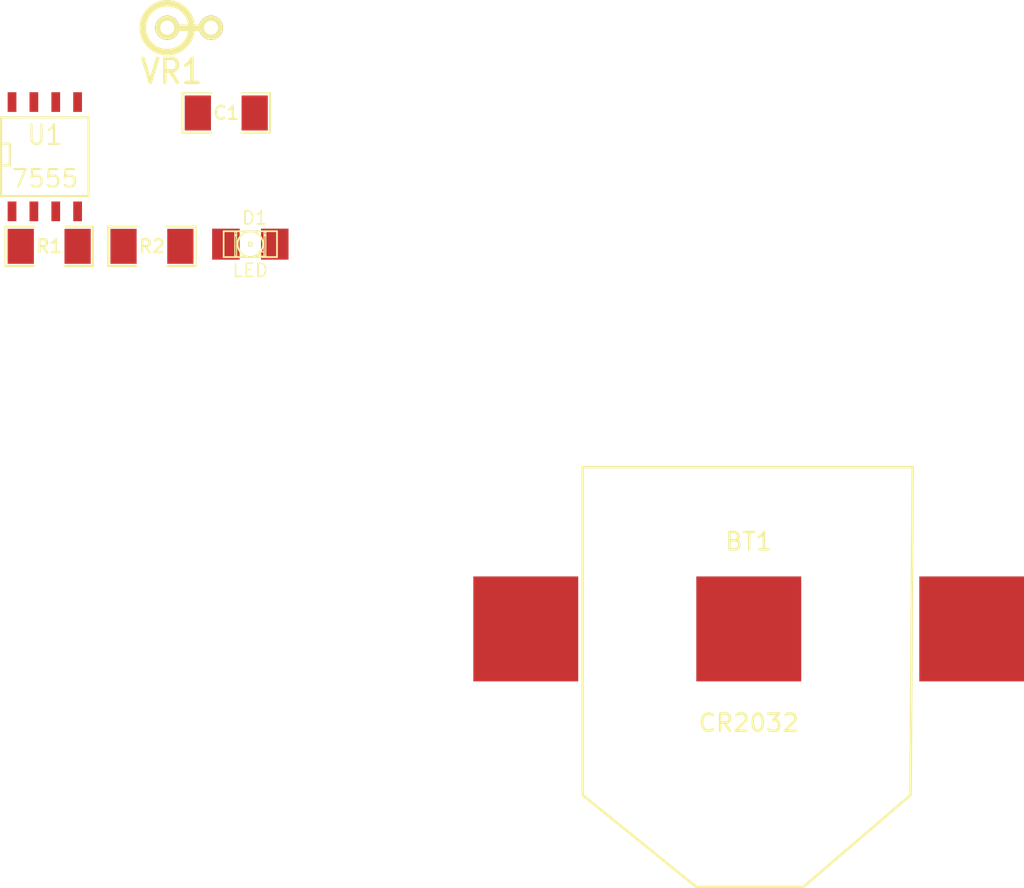
<source format=kicad_pcb>
(kicad_pcb (version 3) (host pcbnew "(2013-03-19 BZR 4004)-stable")

  (general
    (links 14)
    (no_connects 14)
    (area 0 0 0 0)
    (thickness 1.6)
    (drawings 0)
    (tracks 0)
    (zones 0)
    (modules 7)
    (nets 7)
  )

  (page A3)
  (layers
    (15 F.Cu signal)
    (0 B.Cu signal)
    (16 B.Adhes user)
    (17 F.Adhes user)
    (18 B.Paste user)
    (19 F.Paste user)
    (20 B.SilkS user)
    (21 F.SilkS user)
    (22 B.Mask user)
    (23 F.Mask user)
    (24 Dwgs.User user)
    (25 Cmts.User user)
    (26 Eco1.User user)
    (27 Eco2.User user)
    (28 Edge.Cuts user)
  )

  (setup
    (last_trace_width 0.254)
    (trace_clearance 0.254)
    (zone_clearance 0.508)
    (zone_45_only no)
    (trace_min 0.254)
    (segment_width 0.2)
    (edge_width 0.15)
    (via_size 0.889)
    (via_drill 0.635)
    (via_min_size 0.889)
    (via_min_drill 0.508)
    (uvia_size 0.508)
    (uvia_drill 0.127)
    (uvias_allowed no)
    (uvia_min_size 0.508)
    (uvia_min_drill 0.127)
    (pcb_text_width 0.3)
    (pcb_text_size 1 1)
    (mod_edge_width 0.15)
    (mod_text_size 1 1)
    (mod_text_width 0.15)
    (pad_size 6.096 6.096)
    (pad_drill 0)
    (pad_to_mask_clearance 0)
    (aux_axis_origin 0 0)
    (visible_elements 7FFFFFFF)
    (pcbplotparams
      (layerselection 3178497)
      (usegerberextensions true)
      (excludeedgelayer true)
      (linewidth 152400)
      (plotframeref false)
      (viasonmask false)
      (mode 1)
      (useauxorigin false)
      (hpglpennumber 1)
      (hpglpenspeed 20)
      (hpglpendiameter 15)
      (hpglpenoverlay 2)
      (psnegative false)
      (psa4output false)
      (plotreference true)
      (plotvalue true)
      (plotothertext true)
      (plotinvisibletext false)
      (padsonsilk false)
      (subtractmaskfromsilk false)
      (outputformat 1)
      (mirror false)
      (drillshape 1)
      (scaleselection 1)
      (outputdirectory ""))
  )

  (net 0 "")
  (net 1 GND)
  (net 2 N-000002)
  (net 3 N-000003)
  (net 4 N-000005)
  (net 5 N-000007)
  (net 6 VCC)

  (net_class Default "This is the default net class."
    (clearance 0.254)
    (trace_width 0.254)
    (via_dia 0.889)
    (via_drill 0.635)
    (uvia_dia 0.508)
    (uvia_drill 0.127)
    (add_net "")
    (add_net GND)
    (add_net N-000002)
    (add_net N-000003)
    (add_net N-000005)
    (add_net N-000007)
    (add_net VCC)
  )

  (module SO8N (layer F.Cu) (tedit 45127296) (tstamp 524CB0E5)
    (at 2.54 3.556)
    (descr "Module CMS SOJ 8 pins large")
    (tags "CMS SOJ")
    (path /524A4F04)
    (attr smd)
    (fp_text reference U1 (at 0 -1.27) (layer F.SilkS)
      (effects (font (size 1.143 1.016) (thickness 0.127)))
    )
    (fp_text value 7555 (at 0 1.27) (layer F.SilkS)
      (effects (font (size 1.016 1.016) (thickness 0.127)))
    )
    (fp_line (start -2.54 -2.286) (end 2.54 -2.286) (layer F.SilkS) (width 0.127))
    (fp_line (start 2.54 -2.286) (end 2.54 2.286) (layer F.SilkS) (width 0.127))
    (fp_line (start 2.54 2.286) (end -2.54 2.286) (layer F.SilkS) (width 0.127))
    (fp_line (start -2.54 2.286) (end -2.54 -2.286) (layer F.SilkS) (width 0.127))
    (fp_line (start -2.54 -0.762) (end -2.032 -0.762) (layer F.SilkS) (width 0.127))
    (fp_line (start -2.032 -0.762) (end -2.032 0.508) (layer F.SilkS) (width 0.127))
    (fp_line (start -2.032 0.508) (end -2.54 0.508) (layer F.SilkS) (width 0.127))
    (pad 8 smd rect (at -1.905 -3.175) (size 0.508 1.143)
      (layers F.Cu F.Paste F.Mask)
      (net 6 VCC)
    )
    (pad 7 smd rect (at -0.635 -3.175) (size 0.508 1.143)
      (layers F.Cu F.Paste F.Mask)
      (net 5 N-000007)
    )
    (pad 6 smd rect (at 0.635 -3.175) (size 0.508 1.143)
      (layers F.Cu F.Paste F.Mask)
      (net 4 N-000005)
    )
    (pad 5 smd rect (at 1.905 -3.175) (size 0.508 1.143)
      (layers F.Cu F.Paste F.Mask)
    )
    (pad 4 smd rect (at 1.905 3.175) (size 0.508 1.143)
      (layers F.Cu F.Paste F.Mask)
      (net 6 VCC)
    )
    (pad 3 smd rect (at 0.635 3.175) (size 0.508 1.143)
      (layers F.Cu F.Paste F.Mask)
      (net 3 N-000003)
    )
    (pad 2 smd rect (at -0.635 3.175) (size 0.508 1.143)
      (layers F.Cu F.Paste F.Mask)
      (net 4 N-000005)
    )
    (pad 1 smd rect (at -1.905 3.175) (size 0.508 1.143)
      (layers F.Cu F.Paste F.Mask)
      (net 1 GND)
    )
    (model smd/cms_so8.wrl
      (at (xyz 0 0 0))
      (scale (xyz 0.5 0.38 0.5))
      (rotate (xyz 0 0 0))
    )
  )

  (module SM1206 (layer F.Cu) (tedit 42806E24) (tstamp 524CB157)
    (at 13.081 1.016)
    (path /524BA208)
    (attr smd)
    (fp_text reference C1 (at 0 0) (layer F.SilkS)
      (effects (font (size 0.762 0.762) (thickness 0.127)))
    )
    (fp_text value 1U (at 0 0) (layer F.SilkS) hide
      (effects (font (size 0.762 0.762) (thickness 0.127)))
    )
    (fp_line (start -2.54 -1.143) (end -2.54 1.143) (layer F.SilkS) (width 0.127))
    (fp_line (start -2.54 1.143) (end -0.889 1.143) (layer F.SilkS) (width 0.127))
    (fp_line (start 0.889 -1.143) (end 2.54 -1.143) (layer F.SilkS) (width 0.127))
    (fp_line (start 2.54 -1.143) (end 2.54 1.143) (layer F.SilkS) (width 0.127))
    (fp_line (start 2.54 1.143) (end 0.889 1.143) (layer F.SilkS) (width 0.127))
    (fp_line (start -0.889 -1.143) (end -2.54 -1.143) (layer F.SilkS) (width 0.127))
    (pad 1 smd rect (at -1.651 0) (size 1.524 2.032)
      (layers F.Cu F.Paste F.Mask)
      (net 4 N-000005)
    )
    (pad 2 smd rect (at 1.651 0) (size 1.524 2.032)
      (layers F.Cu F.Paste F.Mask)
      (net 1 GND)
    )
    (model smd/chip_cms.wrl
      (at (xyz 0 0 0))
      (scale (xyz 0.17 0.16 0.16))
      (rotate (xyz 0 0 0))
    )
  )

  (module SM1206 (layer F.Cu) (tedit 42806E24) (tstamp 524CB0FD)
    (at 2.794 8.763)
    (path /524BA21F)
    (attr smd)
    (fp_text reference R1 (at 0 0) (layer F.SilkS)
      (effects (font (size 0.762 0.762) (thickness 0.127)))
    )
    (fp_text value 470K (at 0 0) (layer F.SilkS) hide
      (effects (font (size 0.762 0.762) (thickness 0.127)))
    )
    (fp_line (start -2.54 -1.143) (end -2.54 1.143) (layer F.SilkS) (width 0.127))
    (fp_line (start -2.54 1.143) (end -0.889 1.143) (layer F.SilkS) (width 0.127))
    (fp_line (start 0.889 -1.143) (end 2.54 -1.143) (layer F.SilkS) (width 0.127))
    (fp_line (start 2.54 -1.143) (end 2.54 1.143) (layer F.SilkS) (width 0.127))
    (fp_line (start 2.54 1.143) (end 0.889 1.143) (layer F.SilkS) (width 0.127))
    (fp_line (start -0.889 -1.143) (end -2.54 -1.143) (layer F.SilkS) (width 0.127))
    (pad 1 smd rect (at -1.651 0) (size 1.524 2.032)
      (layers F.Cu F.Paste F.Mask)
      (net 5 N-000007)
    )
    (pad 2 smd rect (at 1.651 0) (size 1.524 2.032)
      (layers F.Cu F.Paste F.Mask)
      (net 4 N-000005)
    )
    (model smd/chip_cms.wrl
      (at (xyz 0 0 0))
      (scale (xyz 0.17 0.16 0.16))
      (rotate (xyz 0 0 0))
    )
  )

  (module SM1206 (layer F.Cu) (tedit 42806E24) (tstamp 524CB109)
    (at 8.763 8.763)
    (path /524BA251)
    (attr smd)
    (fp_text reference R2 (at 0 0) (layer F.SilkS)
      (effects (font (size 0.762 0.762) (thickness 0.127)))
    )
    (fp_text value 1K (at 0 0) (layer F.SilkS) hide
      (effects (font (size 0.762 0.762) (thickness 0.127)))
    )
    (fp_line (start -2.54 -1.143) (end -2.54 1.143) (layer F.SilkS) (width 0.127))
    (fp_line (start -2.54 1.143) (end -0.889 1.143) (layer F.SilkS) (width 0.127))
    (fp_line (start 0.889 -1.143) (end 2.54 -1.143) (layer F.SilkS) (width 0.127))
    (fp_line (start 2.54 -1.143) (end 2.54 1.143) (layer F.SilkS) (width 0.127))
    (fp_line (start 2.54 1.143) (end 0.889 1.143) (layer F.SilkS) (width 0.127))
    (fp_line (start -0.889 -1.143) (end -2.54 -1.143) (layer F.SilkS) (width 0.127))
    (pad 1 smd rect (at -1.651 0) (size 1.524 2.032)
      (layers F.Cu F.Paste F.Mask)
      (net 3 N-000003)
    )
    (pad 2 smd rect (at 1.651 0) (size 1.524 2.032)
      (layers F.Cu F.Paste F.Mask)
      (net 2 N-000002)
    )
    (model smd/chip_cms.wrl
      (at (xyz 0 0 0))
      (scale (xyz 0.17 0.16 0.16))
      (rotate (xyz 0 0 0))
    )
  )

  (module R1 (layer F.Cu) (tedit 200000) (tstamp 524CB111)
    (at 10.922 -3.937)
    (descr "Resistance verticale")
    (tags R)
    (path /524BA23A)
    (autoplace_cost90 10)
    (autoplace_cost180 10)
    (fp_text reference VR1 (at -1.016 2.54) (layer F.SilkS)
      (effects (font (size 1.397 1.27) (thickness 0.2032)))
    )
    (fp_text value LDR (at -1.143 2.54) (layer F.SilkS) hide
      (effects (font (size 1.397 1.27) (thickness 0.2032)))
    )
    (fp_line (start -1.27 0) (end 1.27 0) (layer F.SilkS) (width 0.381))
    (fp_circle (center -1.27 0) (end -0.635 1.27) (layer F.SilkS) (width 0.381))
    (pad 1 thru_hole circle (at -1.27 0) (size 1.397 1.397) (drill 0.8128)
      (layers *.Cu *.Mask F.SilkS)
      (net 6 VCC)
    )
    (pad 2 thru_hole circle (at 1.27 0) (size 1.397 1.397) (drill 0.8128)
      (layers *.Cu *.Mask F.SilkS)
      (net 5 N-000007)
    )
    (model discret/verti_resistor.wrl
      (at (xyz 0 0 0))
      (scale (xyz 1 1 1))
      (rotate (xyz 0 0 0))
    )
  )

  (module LED-1206 (layer F.Cu) (tedit 49BFA1FF) (tstamp 524CB13B)
    (at 14.478 8.636)
    (descr "LED 1206 smd package")
    (tags "LED1206 SMD")
    (path /524BA266)
    (attr smd)
    (fp_text reference D1 (at 0.254 -1.524) (layer F.SilkS)
      (effects (font (size 0.762 0.762) (thickness 0.0889)))
    )
    (fp_text value LED (at 0 1.524) (layer F.SilkS)
      (effects (font (size 0.762 0.762) (thickness 0.0889)))
    )
    (fp_line (start -0.09906 0.09906) (end 0.09906 0.09906) (layer F.SilkS) (width 0.06604))
    (fp_line (start 0.09906 0.09906) (end 0.09906 -0.09906) (layer F.SilkS) (width 0.06604))
    (fp_line (start -0.09906 -0.09906) (end 0.09906 -0.09906) (layer F.SilkS) (width 0.06604))
    (fp_line (start -0.09906 0.09906) (end -0.09906 -0.09906) (layer F.SilkS) (width 0.06604))
    (fp_line (start 0.44958 0.6985) (end 0.79756 0.6985) (layer F.SilkS) (width 0.06604))
    (fp_line (start 0.79756 0.6985) (end 0.79756 0.44958) (layer F.SilkS) (width 0.06604))
    (fp_line (start 0.44958 0.44958) (end 0.79756 0.44958) (layer F.SilkS) (width 0.06604))
    (fp_line (start 0.44958 0.6985) (end 0.44958 0.44958) (layer F.SilkS) (width 0.06604))
    (fp_line (start 0.79756 0.6985) (end 0.89916 0.6985) (layer F.SilkS) (width 0.06604))
    (fp_line (start 0.89916 0.6985) (end 0.89916 -0.49784) (layer F.SilkS) (width 0.06604))
    (fp_line (start 0.79756 -0.49784) (end 0.89916 -0.49784) (layer F.SilkS) (width 0.06604))
    (fp_line (start 0.79756 0.6985) (end 0.79756 -0.49784) (layer F.SilkS) (width 0.06604))
    (fp_line (start 0.79756 -0.54864) (end 0.89916 -0.54864) (layer F.SilkS) (width 0.06604))
    (fp_line (start 0.89916 -0.54864) (end 0.89916 -0.6985) (layer F.SilkS) (width 0.06604))
    (fp_line (start 0.79756 -0.6985) (end 0.89916 -0.6985) (layer F.SilkS) (width 0.06604))
    (fp_line (start 0.79756 -0.54864) (end 0.79756 -0.6985) (layer F.SilkS) (width 0.06604))
    (fp_line (start -0.89916 0.6985) (end -0.79756 0.6985) (layer F.SilkS) (width 0.06604))
    (fp_line (start -0.79756 0.6985) (end -0.79756 -0.49784) (layer F.SilkS) (width 0.06604))
    (fp_line (start -0.89916 -0.49784) (end -0.79756 -0.49784) (layer F.SilkS) (width 0.06604))
    (fp_line (start -0.89916 0.6985) (end -0.89916 -0.49784) (layer F.SilkS) (width 0.06604))
    (fp_line (start -0.89916 -0.54864) (end -0.79756 -0.54864) (layer F.SilkS) (width 0.06604))
    (fp_line (start -0.79756 -0.54864) (end -0.79756 -0.6985) (layer F.SilkS) (width 0.06604))
    (fp_line (start -0.89916 -0.6985) (end -0.79756 -0.6985) (layer F.SilkS) (width 0.06604))
    (fp_line (start -0.89916 -0.54864) (end -0.89916 -0.6985) (layer F.SilkS) (width 0.06604))
    (fp_line (start 0.44958 0.6985) (end 0.59944 0.6985) (layer F.SilkS) (width 0.06604))
    (fp_line (start 0.59944 0.6985) (end 0.59944 0.44958) (layer F.SilkS) (width 0.06604))
    (fp_line (start 0.44958 0.44958) (end 0.59944 0.44958) (layer F.SilkS) (width 0.06604))
    (fp_line (start 0.44958 0.6985) (end 0.44958 0.44958) (layer F.SilkS) (width 0.06604))
    (fp_line (start 1.5494 0.7493) (end -1.5494 0.7493) (layer F.SilkS) (width 0.1016))
    (fp_line (start -1.5494 0.7493) (end -1.5494 -0.7493) (layer F.SilkS) (width 0.1016))
    (fp_line (start -1.5494 -0.7493) (end 1.5494 -0.7493) (layer F.SilkS) (width 0.1016))
    (fp_line (start 1.5494 -0.7493) (end 1.5494 0.7493) (layer F.SilkS) (width 0.1016))
    (fp_arc (start 0 0) (end 0.54864 0.49784) (angle 95.4) (layer F.SilkS) (width 0.1016))
    (fp_arc (start 0 0) (end -0.54864 0.49784) (angle 84.5) (layer F.SilkS) (width 0.1016))
    (fp_arc (start 0 0) (end -0.54864 -0.49784) (angle 95.4) (layer F.SilkS) (width 0.1016))
    (fp_arc (start 0 0) (end 0.54864 -0.49784) (angle 84.5) (layer F.SilkS) (width 0.1016))
    (pad 1 smd rect (at -1.41986 0) (size 1.59766 1.80086)
      (layers F.Cu F.Paste F.Mask)
      (net 2 N-000002)
    )
    (pad 2 smd rect (at 1.41986 0) (size 1.59766 1.80086)
      (layers F.Cu F.Paste F.Mask)
      (net 1 GND)
    )
  )

  (module CR2032 (layer F.Cu) (tedit 524CC161) (tstamp 524CC186)
    (at 43.434 30.988)
    (path /524BA3C2)
    (fp_text reference BT1 (at 0 -5.08) (layer F.SilkS)
      (effects (font (size 1 1) (thickness 0.15)))
    )
    (fp_text value CR2032 (at 0 5.461) (layer F.SilkS)
      (effects (font (size 1 1) (thickness 0.15)))
    )
    (fp_line (start -9.652 -9.398) (end -9.652 9.652) (layer F.SilkS) (width 0.15))
    (fp_line (start -9.652 9.652) (end -3.048 14.986) (layer F.SilkS) (width 0.15))
    (fp_line (start -3.048 14.986) (end 3.175 14.986) (layer F.SilkS) (width 0.15))
    (fp_line (start 3.175 14.986) (end 9.398 9.652) (layer F.SilkS) (width 0.15))
    (fp_line (start 9.398 9.652) (end 9.525 -9.398) (layer F.SilkS) (width 0.15))
    (fp_line (start 9.525 -9.398) (end -9.525 -9.398) (layer F.SilkS) (width 0.15))
    (pad 2 smd rect (at 0 0) (size 6.096 6.096)
      (layers F.Cu F.Paste F.Mask)
      (net 1 GND)
    )
    (pad 1 smd rect (at 12.954 0) (size 6.096 6.096)
      (layers F.Cu F.Paste F.Mask)
      (net 6 VCC)
    )
    (pad 1 smd rect (at -12.954 0) (size 6.096 6.096)
      (layers F.Cu F.Paste F.Mask)
      (net 6 VCC)
    )
  )

)

</source>
